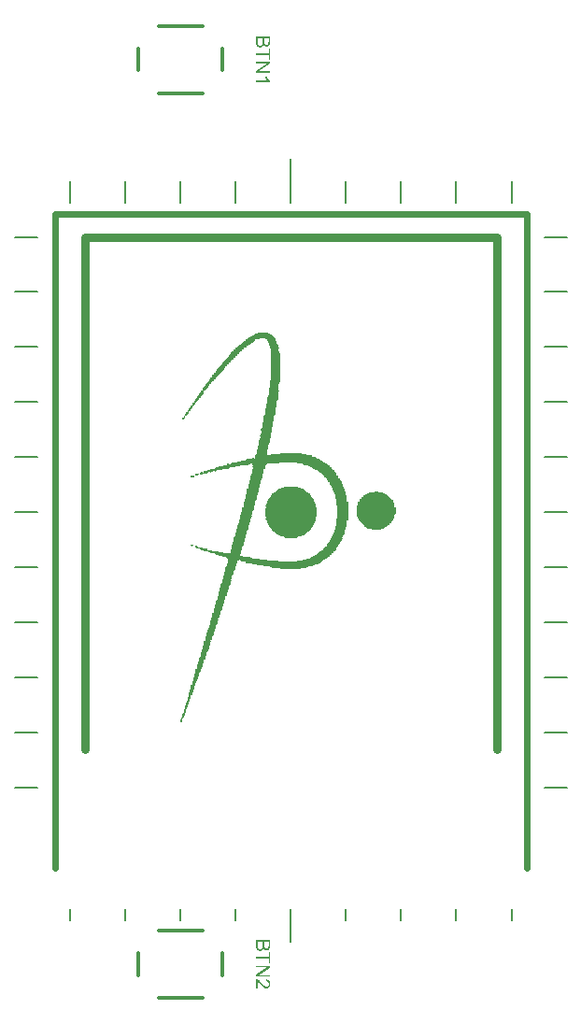
<source format=gbr>
%TF.GenerationSoftware,Altium Limited,Altium Designer,22.5.1 (42)*%
G04 Layer_Color=65535*
%FSLAX45Y45*%
%MOMM*%
%TF.SameCoordinates,2641221E-3FAC-4475-AA3C-923D0AF84551*%
%TF.FilePolarity,Positive*%
%TF.FileFunction,Legend,Top*%
%TF.Part,Single*%
G01*
G75*
%TA.AperFunction,NonConductor*%
%ADD30C,0.20000*%
%ADD46C,0.76200*%
%ADD47C,0.60000*%
%ADD48C,0.30000*%
G36*
X-206723Y1615957D02*
X-190476Y1615957D01*
X-190477Y1610542D01*
X-179646Y1610541D01*
X-179647Y1605127D01*
X-174231Y1605124D01*
X-174228Y1599712D01*
X-163400Y1599709D01*
X-163398Y1594295D01*
X-157983Y1594295D01*
X-157982Y1588878D01*
X-152568Y1588878D01*
Y1578049D01*
X-147152Y1578048D01*
X-147150Y1572629D01*
X-141736Y1572631D01*
X-141735Y1561801D01*
X-136320Y1561802D01*
Y1550969D01*
X-130905Y1550969D01*
X-130906Y1545555D01*
X-125491Y1545553D01*
X-125490Y1523890D01*
X-120073Y1523891D01*
X-120073Y1518477D01*
X-114658Y1518476D01*
X-114660Y1496814D01*
X-109242Y1496816D01*
X-109242Y1491397D01*
X-103827Y1491398D01*
X-103826Y1480566D01*
X-109242Y1480566D01*
Y1458906D01*
X-103828Y1458903D01*
X-103826Y1437242D01*
X-98411Y1437241D01*
X-98412Y1171876D01*
X-103827Y1171877D01*
X-103826Y1155630D01*
X-109244Y1155629D01*
X-109242Y1101473D01*
X-103827Y1101473D01*
X-103829Y1090642D01*
X-109241Y1090643D01*
X-109244Y1079812D01*
X-114659Y1079811D01*
X-114658Y1014823D01*
X-120074Y1014823D01*
X-120073Y1009409D01*
X-125491Y1009407D01*
X-125489Y949836D01*
X-130905Y949838D01*
X-130904Y944422D01*
X-136321D01*
X-136321Y933588D01*
X-141736Y933589D01*
X-141735Y879433D01*
X-147151Y879434D01*
X-147150Y874018D01*
X-152568Y874017D01*
X-152568Y825276D01*
X-157983Y825278D01*
X-157983Y819863D01*
X-163398Y819862D01*
Y781954D01*
X-157983Y781954D01*
X-157983Y776537D01*
X-163396Y776538D01*
X-163397Y771122D01*
X-168814Y771119D01*
X-168815Y744045D01*
X-174232Y744043D01*
X-174229Y738627D01*
X-168814Y738628D01*
X-168817Y722381D01*
X-174232Y722382D01*
X-174229Y716966D01*
X-179645D01*
X-179646Y668225D01*
X-185060Y668226D01*
X-185059Y662809D01*
X-190477D01*
X-190475Y624901D01*
X-195892Y624902D01*
X-195893Y619484D01*
X-201309Y619486D01*
X-201308Y608653D01*
X-206725Y608653D01*
X-206725Y565329D01*
X-212139Y565329D01*
X-212141Y559914D01*
X-217555Y559912D01*
Y511173D01*
X-179646D01*
X-179646Y522005D01*
X-103827Y522006D01*
X-103826Y527420D01*
X-92995Y527419D01*
X-92995Y532835D01*
X101966Y532835D01*
X101967Y527419D01*
X107381Y527420D01*
Y522005D01*
X145291Y522003D01*
X145291Y516589D01*
X156123Y516588D01*
X156122Y511173D01*
X188618D01*
X188616Y505756D01*
X194030Y505756D01*
X194031Y500342D01*
X204863Y500341D01*
X204861Y494925D01*
X226523Y494926D01*
X226524Y489510D01*
X237358Y489511D01*
X237357Y484094D01*
X248186Y484094D01*
X248187Y478678D01*
X259020Y478681D01*
X259019Y473262D01*
X269851Y473264D01*
X269850Y467847D01*
X275265D01*
X275266Y462432D01*
X286097Y462432D01*
X286098Y457016D01*
X296927Y457018D01*
X296929Y451600D01*
X302344D01*
X302345Y446187D01*
X313176Y446185D01*
X313175Y435354D01*
X324007Y435353D01*
X324005Y429939D01*
X334837Y429937D01*
X334837Y424523D01*
X340253D01*
X340253Y419108D01*
X351084D01*
X351086Y408276D01*
X361916Y408275D01*
X361916Y402859D01*
X367331Y402862D01*
X367331Y397446D01*
X372747Y397444D01*
X372748Y392028D01*
X378161D01*
X378164Y381198D01*
X388993Y381198D01*
X388992Y375783D01*
X394409Y375782D01*
X394408Y364951D01*
X399823Y364951D01*
X399826Y359535D01*
X405242Y359536D01*
X405240Y354118D01*
X410657Y354119D01*
X410657Y343288D01*
X416071Y343287D01*
X416072Y332458D01*
X421487Y332457D01*
X421487Y327042D01*
X432318Y327044D01*
Y305380D01*
X443149Y305380D01*
X443150Y294549D01*
X448566Y294548D01*
X448567Y289133D01*
X453983Y289132D01*
X453981Y278300D01*
X459396Y278301D01*
X459397Y267471D01*
X464812Y267470D01*
X464813Y256639D01*
X470228Y256638D01*
X470229Y240391D01*
X475643Y240392D01*
X475642Y224145D01*
X481058Y224145D01*
X481059Y213315D01*
X486475Y213312D01*
X486475Y186236D01*
X497307Y186234D01*
X497305Y153741D01*
X502722Y153741D01*
X502720Y148327D01*
X508135Y148327D01*
X508136Y94170D01*
X513553D01*
X513552Y88755D01*
X518969Y88755D01*
X518968Y-73711D01*
X513551Y-73714D01*
X513551Y-79130D01*
X508137Y-79129D01*
X508136Y-138702D01*
X497306Y-138702D01*
X497307Y-165779D01*
X491890Y-165780D01*
X491889Y-176610D01*
X486473Y-176610D01*
X486473Y-203688D01*
X481058Y-203689D01*
X481059Y-209104D01*
X475646Y-209104D01*
X475643Y-219936D01*
X470227Y-219935D01*
X470229Y-230766D01*
X464813Y-230766D01*
X464812Y-241597D01*
X470227Y-241598D01*
X470227Y-247013D01*
X464812D01*
X464810Y-257844D01*
X459396Y-257844D01*
X459398Y-263260D01*
X453981Y-263260D01*
X453980Y-274090D01*
X448564Y-274090D01*
X448567Y-284923D01*
X443150D01*
X443151Y-290339D01*
X437734Y-290337D01*
X437732Y-295753D01*
X432317Y-295755D01*
X432318Y-306585D01*
X426903Y-306584D01*
X426902Y-312000D01*
X421489Y-312001D01*
X421487Y-322831D01*
X416071Y-322832D01*
X416073Y-328246D01*
X410655Y-328248D01*
X410657Y-344494D01*
X405240D01*
X405240Y-349910D01*
X399825Y-349910D01*
X399823Y-355326D01*
X394410Y-355325D01*
X394409Y-360740D01*
X383578Y-360743D01*
X383577Y-371571D01*
X378162Y-371572D01*
X378162Y-376987D01*
X372748Y-376988D01*
X372746Y-382404D01*
X367330Y-382403D01*
X367331Y-387818D01*
X356498Y-387820D01*
X356501Y-398650D01*
X351084D01*
X351084Y-404066D01*
X345669Y-404066D01*
X345669Y-409482D01*
X340254Y-409482D01*
X340253Y-414897D01*
X324006Y-414896D01*
X324007Y-420311D01*
X318588Y-420313D01*
X318591Y-425728D01*
X313174Y-425727D01*
X313176Y-431143D01*
X307760Y-431144D01*
X307759Y-436561D01*
X296928Y-436558D01*
X296929Y-441974D01*
X286097D01*
Y-447391D01*
X280681Y-447390D01*
X280681Y-452807D01*
X275266Y-452806D01*
X275266Y-458221D01*
X269852Y-458222D01*
X269850Y-463637D01*
X253602Y-463638D01*
X253603Y-469053D01*
X248187Y-469053D01*
Y-474468D01*
X221110Y-474468D01*
X221110Y-479883D01*
X210280Y-479886D01*
X210277Y-485298D01*
X199449Y-485300D01*
X199446Y-490716D01*
X188617Y-490716D01*
X188614Y-496130D01*
X172370Y-496131D01*
X172368Y-490716D01*
X166953D01*
X166954Y-496131D01*
X156123D01*
X156121Y-501546D01*
X145292D01*
X145291Y-506963D01*
X101966Y-506961D01*
X101966Y-512378D01*
X91135Y-512379D01*
X91135Y-517794D01*
X-92995Y-517793D01*
X-92995Y-512378D01*
X-98411Y-512377D01*
X-98413Y-506962D01*
X-109241Y-506962D01*
X-109242Y-501546D01*
X-114658Y-501546D01*
X-114659Y-506961D01*
X-174229Y-506960D01*
X-174229Y-501544D01*
X-185059Y-501548D01*
X-185061Y-496131D01*
X-239216Y-496131D01*
X-239217Y-490714D01*
X-250048Y-490716D01*
X-250049Y-485300D01*
X-293375Y-485299D01*
X-293372Y-479883D01*
X-304203Y-479883D01*
X-304205Y-474469D01*
X-347530Y-474468D01*
Y-469052D01*
X-358360Y-469053D01*
X-358359Y-463638D01*
X-407100Y-463638D01*
X-407101Y-458222D01*
X-412516Y-458223D01*
X-412517Y-452808D01*
X-450426Y-452805D01*
Y-441974D01*
X-461256D01*
Y-436558D01*
X-472089Y-436558D01*
X-472088Y-441976D01*
X-482920Y-441973D01*
X-482920Y-452805D01*
X-488334Y-452808D01*
X-488336Y-463635D01*
X-493751Y-463638D01*
X-493751Y-490714D01*
X-499168D01*
X-499166Y-496130D01*
X-504582Y-496132D01*
X-504581Y-528625D01*
X-509997Y-528624D01*
X-509998Y-534040D01*
X-515414Y-534041D01*
X-515412Y-566536D01*
X-520830Y-566534D01*
X-520828Y-571951D01*
X-526244Y-571950D01*
X-526247Y-577365D01*
X-531659Y-577367D01*
X-531661Y-604442D01*
X-537076Y-604443D01*
X-537076Y-609859D01*
X-542491Y-609858D01*
X-542490Y-620690D01*
X-537075Y-620691D01*
X-537074Y-626104D01*
X-542493Y-626104D01*
X-542491Y-636939D01*
X-547905Y-636936D01*
X-547905Y-658600D01*
X-553323D01*
Y-669432D01*
X-558737Y-669430D01*
X-558738Y-696511D01*
X-564154Y-696508D01*
X-564153Y-701924D01*
X-569569Y-701924D01*
X-569568Y-729003D01*
X-574984D01*
X-574984Y-734416D01*
X-580401Y-734417D01*
X-580401Y-761496D01*
X-585817D01*
X-585816Y-766911D01*
X-591233Y-766911D01*
X-591231Y-772326D01*
X-596647Y-772328D01*
X-596648Y-799406D01*
X-602063Y-799404D01*
X-602062Y-810235D01*
X-607478Y-810238D01*
X-607478Y-815651D01*
X-602063Y-815651D01*
X-602063Y-821066D01*
X-607479D01*
X-607478Y-831900D01*
X-612894Y-831899D01*
X-612891Y-853561D01*
X-618308Y-853562D01*
X-618310Y-864393D01*
X-623724Y-864392D01*
Y-891471D01*
X-629140D01*
X-629141Y-896887D01*
X-634557Y-896887D01*
X-634555Y-923964D01*
X-639973Y-923964D01*
X-639972Y-929379D01*
X-645387Y-929379D01*
X-645390Y-956458D01*
X-650802D01*
X-650803Y-961873D01*
X-656219Y-961874D01*
X-656219Y-967290D01*
X-661635Y-967288D01*
X-661634Y-978118D01*
X-656218Y-978120D01*
X-656219Y-983535D01*
X-661634Y-983534D01*
X-661634Y-994367D01*
X-667050Y-994368D01*
X-667049Y-1005198D01*
X-672467Y-1005197D01*
X-672466Y-1010613D01*
X-667050Y-1010614D01*
X-667048Y-1016028D01*
X-672467Y-1016030D01*
X-672466Y-1026860D01*
X-677881Y-1026858D01*
X-677882Y-1048523D01*
X-683296Y-1048523D01*
X-683298Y-1059354D01*
X-688712Y-1059353D01*
X-688714Y-1086432D01*
X-694128D01*
X-694128Y-1091847D01*
X-699544Y-1091848D01*
X-699543Y-1118925D01*
X-704959Y-1118926D01*
X-704959Y-1124341D01*
X-710376Y-1124343D01*
X-710374Y-1151420D01*
X-715791Y-1151419D01*
X-715791Y-1156836D01*
X-721206Y-1156837D01*
X-721207Y-1162252D01*
X-726623Y-1162251D01*
X-726623Y-1167668D01*
X-721207Y-1167666D01*
X-721205Y-1178497D01*
X-726621Y-1178499D01*
X-726622Y-1189329D01*
X-732037Y-1189329D01*
X-732037Y-1200160D01*
X-737455Y-1200160D01*
X-737454Y-1205576D01*
X-732036D01*
X-732037Y-1210992D01*
X-737454Y-1210992D01*
X-737454Y-1221822D01*
X-742868Y-1221823D01*
X-742869Y-1243485D01*
X-748284Y-1243485D01*
X-748285Y-1259732D01*
X-753700Y-1259732D01*
X-753700Y-1265147D01*
X-759115Y-1265148D01*
X-759115Y-1270565D01*
X-764532Y-1270564D01*
X-764531Y-1303058D01*
X-769946Y-1303059D01*
X-769946Y-1308473D01*
X-775362Y-1308472D01*
X-775362Y-1335550D01*
X-780777Y-1335552D01*
X-780776Y-1340966D01*
X-786194Y-1340967D01*
X-786194Y-1362629D01*
X-791610D01*
X-791610Y-1373460D01*
X-797024Y-1373459D01*
X-797025Y-1378875D01*
X-802441Y-1378875D01*
X-802441Y-1405954D01*
X-807858Y-1405953D01*
X-807857Y-1422199D01*
X-813272Y-1422201D01*
X-813270Y-1427615D01*
X-818687Y-1427616D01*
X-818688Y-1449278D01*
X-824103Y-1449278D01*
X-824104Y-1460107D01*
X-829518Y-1460108D01*
X-829520Y-1487187D01*
X-834934Y-1487187D01*
X-834934Y-1492603D01*
X-840350Y-1492604D01*
X-840349Y-1514265D01*
X-845765Y-1514264D01*
X-845766Y-1525097D01*
X-851182Y-1525097D01*
Y-1535928D01*
X-856597D01*
Y-1546759D01*
X-862013Y-1546760D01*
Y-1552175D01*
X-867429Y-1552174D01*
X-867429Y-1557591D01*
X-862013Y-1557590D01*
X-862011Y-1568421D01*
X-867429Y-1568421D01*
X-867428Y-1579254D01*
X-872843Y-1579251D01*
X-872844Y-1606329D01*
X-878260Y-1606331D01*
X-878258Y-1611748D01*
X-883674Y-1611748D01*
X-883673Y-1633408D01*
X-889090Y-1633409D01*
X-889089Y-1644241D01*
X-894507Y-1644240D01*
X-894505Y-1660486D01*
X-905338Y-1660488D01*
X-905336Y-1687565D01*
X-910753Y-1687565D01*
X-910753Y-1698398D01*
X-916169Y-1698397D01*
X-916168Y-1720060D01*
X-921584Y-1720058D01*
X-921583Y-1730889D01*
X-927000D01*
X-927000Y-1747136D01*
X-932415Y-1747137D01*
X-932416Y-1757967D01*
X-937830Y-1757967D01*
X-937833Y-1774214D01*
X-943246Y-1774215D01*
X-943246Y-1785046D01*
X-948662Y-1785045D01*
X-948660Y-1812123D01*
X-954078Y-1812124D01*
X-954076Y-1817537D01*
X-959496Y-1817540D01*
X-959493Y-1844617D01*
X-970325Y-1844618D01*
X-970324Y-1866279D01*
X-975740Y-1866281D01*
X-975740Y-1871696D01*
X-986571Y-1871697D01*
X-986572Y-1904189D01*
X-991986Y-1904189D01*
X-991987Y-1909606D01*
X-997403Y-1909606D01*
X-997402Y-1915022D01*
X-1002819Y-1915019D01*
X-1002817Y-1904189D01*
X-997405Y-1904190D01*
X-997401Y-1877111D01*
X-991986Y-1877111D01*
X-991986Y-1866280D01*
X-986571Y-1866281D01*
Y-1850033D01*
X-981156Y-1850034D01*
X-981157Y-1828372D01*
X-975740Y-1828371D01*
Y-1822955D01*
X-970323Y-1822955D01*
X-970325Y-1790461D01*
X-964909Y-1790460D01*
X-964909Y-1785045D01*
X-959493Y-1785045D01*
X-959493Y-1752552D01*
X-954079Y-1752553D01*
X-954078Y-1747137D01*
X-948662Y-1747138D01*
X-948662Y-1725474D01*
X-943246Y-1725476D01*
X-943246Y-1714643D01*
X-937831D01*
X-937829Y-1682150D01*
X-932416Y-1682146D01*
X-932414Y-1676733D01*
X-927000Y-1676734D01*
X-927001Y-1649657D01*
X-921583Y-1649654D01*
X-921585Y-1638824D01*
X-916169Y-1638826D01*
X-916168Y-1606333D01*
X-910752Y-1606331D01*
X-910754Y-1600915D01*
X-905337Y-1600916D01*
X-905337Y-1568421D01*
X-894506D01*
X-894505Y-1535930D01*
X-889091Y-1535928D01*
X-889088Y-1530513D01*
X-883674Y-1530513D01*
X-883674Y-1498018D01*
X-878258Y-1498019D01*
Y-1492603D01*
X-872845Y-1492603D01*
X-872843Y-1465525D01*
X-867428D01*
X-867429Y-1454693D01*
X-862013Y-1454694D01*
X-862011Y-1427618D01*
X-856597Y-1427615D01*
X-856595Y-1422201D01*
X-851179Y-1422201D01*
X-851181Y-1389707D01*
X-845765Y-1389707D01*
X-845767Y-1384292D01*
X-840348Y-1384291D01*
X-840350Y-1351796D01*
X-834935Y-1351798D01*
X-834933Y-1346383D01*
X-829519Y-1346382D01*
X-829519Y-1319303D01*
X-824102Y-1319304D01*
X-824102Y-1313889D01*
X-818687Y-1313888D01*
X-818690Y-1281393D01*
X-813273Y-1281396D01*
Y-1270564D01*
X-807858Y-1270563D01*
X-807856Y-1248901D01*
X-802441Y-1248902D01*
X-802442Y-1238069D01*
X-797024Y-1238068D01*
X-797026Y-1210993D01*
X-791608Y-1210990D01*
X-791609Y-1200161D01*
X-786194Y-1200160D01*
X-786194Y-1173081D01*
X-780777Y-1173081D01*
X-780778Y-1167665D01*
X-775364Y-1167667D01*
X-775362Y-1135173D01*
X-769947Y-1135173D01*
X-769947Y-1129757D01*
X-764531Y-1129758D01*
X-764532Y-1097263D01*
X-759116Y-1097261D01*
X-759117Y-1091846D01*
X-753699Y-1091848D01*
Y-1064771D01*
X-748285Y-1064770D01*
X-748284Y-1053939D01*
X-742869Y-1053937D01*
X-742869Y-1026859D01*
X-737454Y-1026862D01*
Y-1021445D01*
X-732036Y-1021446D01*
X-732036Y-988952D01*
X-726621Y-988951D01*
Y-983535D01*
X-721207Y-983536D01*
X-721206Y-956458D01*
X-715791Y-956458D01*
X-715791Y-945626D01*
X-710375Y-945627D01*
X-710374Y-918548D01*
X-704960Y-918548D01*
X-704959Y-913132D01*
X-699544D01*
X-699542Y-880639D01*
X-694129Y-880637D01*
X-694130Y-875223D01*
X-688713Y-875224D01*
X-688713Y-842730D01*
X-683295Y-842729D01*
X-683296Y-837317D01*
X-677881Y-837314D01*
X-677882Y-804819D01*
X-672467Y-804821D01*
X-672466Y-793990D01*
X-667051D01*
X-667048Y-766911D01*
X-661632Y-766911D01*
X-661634Y-761495D01*
X-656219D01*
X-656218Y-729001D01*
X-650806Y-729003D01*
X-650806Y-723589D01*
X-645388Y-723587D01*
X-645388Y-691094D01*
X-639973Y-691095D01*
X-639973Y-685678D01*
X-634557Y-685676D01*
Y-653184D01*
X-629140Y-653184D01*
X-629140Y-647766D01*
X-623725Y-647769D01*
X-623725Y-620689D01*
X-618309Y-620690D01*
X-618310Y-609858D01*
X-612894Y-609860D01*
X-612894Y-577365D01*
X-607479Y-577365D01*
X-607477Y-566533D01*
X-602064Y-566533D01*
X-602063Y-544872D01*
X-596648Y-544871D01*
X-596647Y-534040D01*
X-591231Y-534039D01*
X-591232Y-501547D01*
X-585816Y-501547D01*
X-585817Y-490715D01*
X-580401Y-490716D01*
X-580402Y-463638D01*
X-569569D01*
X-569568Y-425728D01*
X-574984Y-425729D01*
Y-420314D01*
X-580400Y-420313D01*
X-580400Y-414897D01*
X-585817Y-414898D01*
Y-409483D01*
X-607478Y-409480D01*
X-607479Y-404065D01*
X-618310Y-404066D01*
X-618311Y-398650D01*
X-656219Y-398650D01*
X-656219Y-393234D01*
X-661633Y-393235D01*
X-661635Y-387820D01*
X-683298Y-387819D01*
X-683295Y-382403D01*
X-688713Y-382403D01*
X-688712Y-376988D01*
X-715790Y-376987D01*
X-715792Y-371571D01*
X-726624D01*
X-726621Y-366156D01*
X-748287D01*
X-748286Y-360740D01*
X-759115D01*
X-759117Y-355324D01*
X-786193D01*
X-786194Y-349910D01*
X-791610D01*
X-791611Y-344494D01*
X-813273Y-344495D01*
X-813273Y-339078D01*
X-824102Y-339077D01*
X-824105Y-333662D01*
X-845766Y-333664D01*
X-845766Y-328249D01*
X-856597Y-328247D01*
X-856597Y-322832D01*
X-867429D01*
X-867426Y-317415D01*
X-872846Y-317414D01*
X-872842Y-312000D01*
X-867429Y-312000D01*
X-867427Y-306585D01*
X-851180Y-306585D01*
X-851181Y-312000D01*
X-845765Y-311999D01*
X-845765Y-317415D01*
X-840348D01*
X-840351Y-322829D01*
X-802440Y-322832D01*
X-802441Y-328249D01*
X-797025Y-328247D01*
X-797024Y-333662D01*
X-759116D01*
X-759117Y-339079D01*
X-753699Y-339077D01*
X-753701Y-344494D01*
X-715791Y-344492D01*
X-715791Y-349911D01*
X-710374Y-349909D01*
X-710377Y-355324D01*
X-667050Y-355325D01*
X-667049Y-360741D01*
X-656219Y-360742D01*
X-656218Y-366156D01*
X-612894Y-366157D01*
X-612895Y-371570D01*
X-607479Y-371571D01*
X-607479Y-376987D01*
X-553323D01*
X-553322Y-371572D01*
X-547906Y-371573D01*
X-547906Y-349909D01*
X-542491Y-349911D01*
X-542491Y-339079D01*
X-537077Y-339077D01*
X-537075Y-312000D01*
X-531661Y-312001D01*
X-531660Y-301170D01*
X-526244Y-301168D01*
X-526247Y-274091D01*
X-520829Y-274091D01*
X-520828Y-268676D01*
X-515413Y-268674D01*
Y-230765D01*
X-509997Y-230765D01*
X-509997Y-225350D01*
X-504581Y-225350D01*
X-504583Y-192858D01*
X-499167Y-192857D01*
X-499165Y-187442D01*
X-493751Y-187443D01*
X-493751Y-154948D01*
X-488335Y-154947D01*
X-488336Y-149533D01*
X-482920Y-149533D01*
Y-117037D01*
X-477505D01*
Y-106206D01*
X-472088Y-106207D01*
X-472088Y-89961D01*
X-477506Y-89960D01*
X-477504Y-84546D01*
X-472089Y-84544D01*
X-472088Y-79129D01*
X-466672Y-79129D01*
X-466672Y-68298D01*
X-461256D01*
Y-35805D01*
X-455841Y-35803D01*
X-455842Y-30389D01*
X-450427Y-30388D01*
X-450425Y2104D01*
X-445011Y2107D01*
X-445010Y7520D01*
X-439595Y7522D01*
X-439595Y40015D01*
X-434178Y40014D01*
X-434180Y45430D01*
X-428764Y45430D01*
Y77924D01*
X-423350Y77923D01*
X-423349Y88756D01*
X-417932D01*
X-417934Y121249D01*
X-412517Y121248D01*
Y132080D01*
X-407101D01*
X-407101Y159157D01*
X-401684Y159160D01*
X-401686Y169991D01*
X-396272Y169988D01*
X-396273Y207899D01*
X-390854Y207898D01*
X-390854Y213314D01*
X-385438Y213314D01*
X-385439Y251225D01*
X-374608Y251221D01*
X-374607Y289133D01*
X-369192Y289132D01*
X-369191Y299962D01*
X-363778Y299964D01*
X-363776Y332457D01*
X-358359Y332458D01*
X-358360Y343290D01*
X-352944Y343287D01*
X-352945Y375782D01*
X-347531Y375781D01*
X-347529Y386613D01*
X-342115Y386613D01*
X-342113Y408275D01*
X-347529Y408276D01*
X-347530Y413692D01*
X-342113D01*
X-342115Y424522D01*
X-347529Y424522D01*
X-347531Y429937D01*
X-352944Y429938D01*
Y435354D01*
X-369192Y435353D01*
X-369191Y429939D01*
X-380023Y429937D01*
X-380022Y424521D01*
X-450424Y424523D01*
X-450425Y419108D01*
X-455841Y419107D01*
Y413690D01*
X-499166Y413693D01*
X-499167Y408276D01*
X-509998Y408276D01*
X-509996Y402861D01*
X-553323Y402859D01*
Y397443D01*
X-558738Y397442D01*
X-558739Y392030D01*
X-607480Y392027D01*
X-607478Y386612D01*
X-618310Y386613D01*
X-618310Y381198D01*
X-667050Y381199D01*
X-667052Y375781D01*
X-672466Y375782D01*
X-672465Y370367D01*
X-683297Y370365D01*
X-683297Y364952D01*
X-688713Y364951D01*
X-688712Y370366D01*
X-704959Y370367D01*
X-704960Y364953D01*
X-710375Y364952D01*
X-710376Y359535D01*
X-721207D01*
Y354120D01*
X-726622Y354120D01*
X-726622Y359535D01*
X-748284Y359535D01*
X-748286Y354119D01*
X-753700Y354120D01*
X-753701Y348704D01*
X-791610Y348704D01*
X-791609Y343287D01*
X-802440Y343287D01*
Y337874D01*
X-824101Y337873D01*
X-824104Y343288D01*
X-834933Y343287D01*
Y337875D01*
X-840350Y337874D01*
X-840350Y332459D01*
X-845767Y332458D01*
X-845766Y327040D01*
X-867427D01*
X-867428Y337873D01*
X-862013Y337872D01*
X-862011Y343289D01*
X-840347Y343288D01*
X-840351Y348702D01*
X-824103D01*
X-824102Y354118D01*
X-813271Y354120D01*
X-813273Y359535D01*
X-802441Y359535D01*
X-802442Y354121D01*
X-791609Y354120D01*
X-791609Y364950D01*
X-786194Y364951D01*
Y370365D01*
X-753701Y370367D01*
X-753699Y375781D01*
X-748284Y375781D01*
X-748283Y381197D01*
X-726621Y381198D01*
Y386614D01*
X-721207Y386613D01*
X-721206Y392029D01*
X-688713Y392030D01*
X-688713Y397444D01*
X-683296Y397445D01*
X-683295Y402860D01*
X-656219Y402859D01*
X-656220Y408276D01*
X-650804Y408276D01*
X-650803Y413692D01*
X-612895Y413693D01*
X-612894Y419107D01*
X-602062Y419108D01*
X-602063Y424521D01*
X-596648Y424522D01*
X-596647Y419107D01*
X-585817Y419108D01*
Y424521D01*
X-580402Y424522D01*
X-580401Y429937D01*
X-574984Y429938D01*
X-574984Y435354D01*
X-558737Y435353D01*
X-558737Y429939D01*
X-547906Y429938D01*
X-547907Y435354D01*
X-542490Y435353D01*
X-542492Y440770D01*
X-531660Y440768D01*
Y446184D01*
X-493750Y446186D01*
X-493751Y451601D01*
X-488336Y451600D01*
Y457016D01*
X-450427Y457017D01*
X-450427Y467847D01*
X-407100Y467846D01*
X-407100Y473262D01*
X-396271Y473261D01*
X-396270Y478680D01*
X-358362Y478680D01*
X-358360Y484094D01*
X-347530Y484093D01*
X-347529Y489510D01*
X-336697Y489511D01*
X-336698Y484095D01*
X-325867Y484094D01*
X-325867Y489510D01*
X-320451Y489510D01*
X-320452Y516588D01*
X-315036Y516588D01*
X-315036Y522004D01*
X-309621Y522004D01*
X-309620Y559913D01*
X-304205Y559914D01*
X-304204Y565330D01*
X-298789Y565330D01*
X-298788Y603238D01*
X-293373Y603239D01*
X-293374Y614069D01*
X-287957Y614068D01*
Y651977D01*
X-282544Y651978D01*
X-282542Y668225D01*
X-277126Y668226D01*
X-277127Y684471D01*
X-282541Y684471D01*
X-282541Y695304D01*
X-277124Y695303D01*
X-277125Y700720D01*
X-271710Y700717D01*
Y711550D01*
X-266296Y711551D01*
X-266294Y738628D01*
X-271710Y738629D01*
X-271709Y749458D01*
X-266295Y749461D01*
X-266295Y754874D01*
X-260879Y754873D01*
X-260881Y760289D01*
X-255464D01*
X-255463Y809030D01*
X-250048Y809029D01*
Y814443D01*
X-244633Y814447D01*
X-244633Y868604D01*
X-239218Y868603D01*
X-239216Y879434D01*
X-233802Y879433D01*
X-233802Y922758D01*
X-228385Y922758D01*
Y939007D01*
X-222971Y939005D01*
X-222969Y982331D01*
X-217554Y982331D01*
X-217555Y993162D01*
X-212139Y993163D01*
X-212140Y1025655D01*
X-217556Y1025656D01*
X-217555Y1036485D01*
X-212137Y1036486D01*
X-212140Y1041903D01*
X-206724Y1041901D01*
X-206724Y1058148D01*
X-201308Y1058149D01*
X-201307Y1117721D01*
X-195891D01*
X-195892Y1128550D01*
X-190476Y1128552D01*
X-190476Y1188126D01*
X-185060Y1188123D01*
X-185061Y1193540D01*
X-179646Y1193539D01*
X-179645Y1480565D01*
X-185060Y1480568D01*
X-185060Y1485983D01*
X-190476D01*
Y1507646D01*
X-195892Y1507644D01*
X-195892Y1518476D01*
X-201309Y1518475D01*
X-201308Y1529308D01*
X-206724Y1529307D01*
X-206724Y1545554D01*
X-212139Y1545553D01*
X-212140Y1550970D01*
X-217555D01*
X-217554Y1561800D01*
X-222971Y1561801D01*
X-222971Y1567216D01*
X-233801Y1567217D01*
X-233802Y1572633D01*
X-282540Y1572633D01*
X-282543Y1567216D01*
X-287959Y1567215D01*
X-287957Y1561799D01*
X-320450Y1561801D01*
X-320453Y1550969D01*
X-331283Y1550971D01*
X-331284Y1545556D01*
X-336698Y1545554D01*
X-336700Y1540140D01*
X-342115Y1540137D01*
X-342113Y1534722D01*
X-358361Y1534723D01*
X-358361Y1523891D01*
X-363778Y1523890D01*
X-363777Y1518476D01*
X-380025Y1518475D01*
X-380021Y1513060D01*
X-385439Y1513058D01*
X-385440Y1507643D01*
X-390853Y1507644D01*
X-390855Y1502227D01*
X-396271Y1502229D01*
X-396269Y1496814D01*
X-401685Y1496813D01*
X-401686Y1491396D01*
X-412516Y1491398D01*
X-412516Y1485983D01*
X-423347Y1485983D01*
X-423349Y1480568D01*
X-428764Y1480566D01*
X-428765Y1475152D01*
X-434181Y1475151D01*
X-434180Y1469735D01*
X-439595Y1469736D01*
Y1464321D01*
X-445011Y1464319D01*
X-445011Y1458903D01*
X-450426Y1458903D01*
X-450427Y1453490D01*
X-455841Y1453487D01*
X-455842Y1448073D01*
X-461259Y1448074D01*
X-461256Y1442657D01*
X-466672D01*
Y1437242D01*
X-472090Y1437241D01*
X-472089Y1431826D01*
X-477504D01*
X-477505Y1426411D01*
X-482920D01*
X-482920Y1420993D01*
X-488334Y1420996D01*
X-488335Y1415579D01*
X-493751Y1415580D01*
X-493750Y1410164D01*
X-499167D01*
X-499168Y1404747D01*
X-504582Y1404747D01*
X-504582Y1399332D01*
X-509996Y1399333D01*
X-509998Y1393917D01*
X-515412Y1393918D01*
X-515412Y1388501D01*
X-520829Y1388500D01*
X-520829Y1383084D01*
X-526244Y1383086D01*
X-526245Y1377669D01*
X-531659Y1377670D01*
X-531661Y1372255D01*
X-537078Y1372254D01*
X-537077Y1366840D01*
X-542491D01*
Y1361423D01*
X-547907Y1361422D01*
X-547907Y1356005D01*
X-553323Y1356007D01*
Y1350592D01*
X-558738Y1350590D01*
X-558739Y1345175D01*
X-564155Y1345177D01*
X-564154Y1339761D01*
X-569569Y1339761D01*
X-569569Y1334345D01*
X-574984Y1334346D01*
X-574985Y1328930D01*
X-580402D01*
X-580401Y1323514D01*
X-585818Y1323513D01*
Y1318097D01*
X-591233Y1318099D01*
X-591234Y1312683D01*
X-596647Y1312681D01*
X-596647Y1301851D01*
X-602062Y1301852D01*
X-602063Y1296436D01*
X-607479D01*
X-607479Y1285604D01*
X-612894Y1285604D01*
Y1280189D01*
X-618309Y1280189D01*
X-618310Y1274774D01*
X-623725Y1274774D01*
X-623725Y1269359D01*
X-629141Y1269357D01*
X-629140Y1263943D01*
X-634556Y1263942D01*
X-634558Y1258525D01*
X-639973Y1258526D01*
X-639972Y1253112D01*
X-645387Y1253111D01*
X-645389Y1247695D01*
X-650803Y1247696D01*
X-650804Y1242280D01*
X-656219Y1242279D01*
X-656219Y1236863D01*
X-661634Y1236865D01*
X-661634Y1231448D01*
X-667051D01*
X-667051Y1226033D01*
X-672464Y1226032D01*
X-672467Y1220616D01*
X-677882Y1220617D01*
X-677880Y1215201D01*
X-683296Y1215202D01*
X-683296Y1204371D01*
X-688712Y1204370D01*
X-688714Y1198955D01*
X-694130D01*
X-694128Y1193540D01*
X-699544Y1193539D01*
X-699544Y1182709D01*
X-710375Y1182707D01*
X-710374Y1171878D01*
X-721207Y1171875D01*
X-721207Y1161046D01*
X-732036Y1161046D01*
X-732037Y1155630D01*
X-737454Y1155629D01*
X-737452Y1144799D01*
X-742870Y1144798D01*
X-742870Y1139383D01*
X-748284Y1139383D01*
X-748283Y1123136D01*
X-759117Y1123138D01*
X-759116Y1117720D01*
X-764531Y1117720D01*
X-764533Y1106892D01*
X-775362Y1106890D01*
X-775362Y1096057D01*
X-786194Y1096057D01*
X-786192Y1090642D01*
X-791611Y1090643D01*
X-791610Y1068980D01*
X-802440Y1068980D01*
X-802442Y1058149D01*
X-807857Y1058150D01*
Y1052734D01*
X-818687Y1052733D01*
X-818687Y1031072D01*
X-829519Y1031070D01*
X-829518Y1020241D01*
X-834935Y1020238D01*
X-834933Y1014826D01*
X-840349Y1014823D01*
Y1009407D01*
X-845766Y1009409D01*
X-845763Y1003993D01*
X-851182Y1003993D01*
X-851183Y998578D01*
X-856597Y998576D01*
X-856596Y987746D01*
X-862011Y987746D01*
X-862012Y982330D01*
X-867428Y982329D01*
X-867430Y971500D01*
X-872843Y971500D01*
X-872843Y966084D01*
X-878259Y966083D01*
X-878259Y960668D01*
X-883675Y960669D01*
X-883674Y955251D01*
X-889090Y955253D01*
Y949836D01*
X-894506Y949837D01*
X-894506Y939003D01*
X-899920Y939004D01*
X-899922Y928173D01*
X-905336Y928176D01*
X-905337Y922759D01*
X-910753Y922758D01*
X-910753Y917344D01*
X-916169Y917343D01*
X-916167Y911928D01*
X-921583Y911927D01*
X-921584Y906513D01*
X-927000Y906513D01*
X-926999Y890265D01*
X-932416Y890266D01*
X-932416Y884848D01*
X-937830Y884849D01*
X-937830Y879434D01*
X-943247Y879434D01*
X-943248Y874016D01*
X-948664Y874017D01*
X-948661Y868605D01*
X-959493Y868603D01*
X-959493Y884848D01*
X-954078Y884849D01*
X-954078Y890265D01*
X-948661Y890266D01*
X-948660Y901096D01*
X-937831Y901097D01*
X-937829Y906512D01*
X-932417Y906513D01*
X-932413Y922758D01*
X-926999Y922758D01*
X-927001Y928174D01*
X-921584Y928175D01*
X-921584Y939005D01*
X-916168Y939006D01*
X-916169Y944422D01*
X-910753Y944422D01*
X-910753Y955251D01*
X-905338Y955252D01*
Y960667D01*
X-899923Y960668D01*
X-899922Y966084D01*
X-894505Y966083D01*
X-894505Y976915D01*
X-889090Y976915D01*
X-889089Y987746D01*
X-883675Y987746D01*
X-883674Y993162D01*
X-878260D01*
X-878257Y998578D01*
X-872843Y998577D01*
X-872843Y1009408D01*
X-867428Y1009409D01*
X-867428Y1020238D01*
X-862014Y1020239D01*
X-862012Y1025656D01*
X-856597Y1025656D01*
X-856596Y1031072D01*
X-851181Y1031070D01*
X-851182Y1041902D01*
X-845767D01*
X-845766Y1047318D01*
X-840349Y1047319D01*
X-840350Y1058152D01*
X-834934Y1058148D01*
X-834935Y1063564D01*
X-829518Y1063565D01*
X-829518Y1074396D01*
X-824104D01*
X-824102Y1079809D01*
X-818686Y1079812D01*
X-818689Y1090643D01*
X-813272Y1090641D01*
X-813272Y1096059D01*
X-807857D01*
X-807857Y1101474D01*
X-802443Y1101475D01*
X-802442Y1117720D01*
X-797026Y1117722D01*
X-797023Y1123136D01*
X-791609Y1123136D01*
X-791610Y1128552D01*
X-786193Y1128553D01*
X-786192Y1133966D01*
X-780778Y1133965D01*
X-780777Y1139383D01*
X-775362D01*
X-775363Y1155630D01*
X-769947Y1155629D01*
X-769947Y1161046D01*
X-764531Y1161045D01*
X-764532Y1166461D01*
X-759115Y1166462D01*
X-759115Y1171875D01*
X-753701Y1171877D01*
X-753700Y1177293D01*
X-748285Y1177292D01*
X-748283Y1188122D01*
X-742869Y1188124D01*
Y1193538D01*
X-737455Y1193539D01*
X-737454Y1204370D01*
X-732039D01*
X-732038Y1209788D01*
X-726622Y1209786D01*
X-726621Y1215202D01*
X-721205Y1215201D01*
X-721207Y1220618D01*
X-715791Y1220616D01*
Y1226031D01*
X-710375Y1226034D01*
X-710376Y1242278D01*
X-704959Y1242279D01*
X-704959Y1247696D01*
X-699544Y1247695D01*
X-699544Y1253109D01*
X-694128Y1253111D01*
X-694128Y1258525D01*
X-688712Y1258527D01*
X-688713Y1263945D01*
X-683296Y1263941D01*
X-683298Y1269357D01*
X-677881Y1269358D01*
X-677880Y1280188D01*
X-672465D01*
X-672466Y1291022D01*
X-667051Y1291021D01*
X-667049Y1296436D01*
X-661635Y1296436D01*
X-661634Y1301851D01*
X-656218Y1301853D01*
X-656219Y1307265D01*
X-650804Y1307267D01*
X-650805Y1312681D01*
X-645387Y1312683D01*
X-645389Y1318099D01*
X-639973Y1318099D01*
X-639974Y1323514D01*
X-634556Y1323514D01*
X-634557Y1328929D01*
X-629140Y1328930D01*
X-629140Y1334346D01*
X-623724Y1334344D01*
Y1345177D01*
X-618310Y1345176D01*
Y1356007D01*
X-612895Y1356008D01*
X-612895Y1361423D01*
X-607478Y1361422D01*
X-607476Y1366837D01*
X-602063Y1366836D01*
X-602063Y1372253D01*
X-596648Y1372255D01*
X-596647Y1377670D01*
X-591233Y1377671D01*
X-591231Y1383085D01*
X-585818Y1383086D01*
X-585816Y1388502D01*
X-580402Y1388501D01*
Y1393916D01*
X-574984Y1393917D01*
X-574985Y1399331D01*
X-569570Y1399331D01*
X-569570Y1404748D01*
X-564153Y1404749D01*
Y1410162D01*
X-558737Y1410163D01*
X-558738Y1420996D01*
X-553322Y1420994D01*
Y1431826D01*
X-547904Y1431827D01*
X-547907Y1437242D01*
X-542493Y1437241D01*
X-542491Y1442657D01*
X-537077Y1442658D01*
X-537076Y1448073D01*
X-531660Y1448074D01*
X-531661Y1453489D01*
X-526245Y1453488D01*
X-526246Y1458903D01*
X-520829Y1458902D01*
X-520828Y1464319D01*
X-515412D01*
X-515412Y1469736D01*
X-509997Y1469734D01*
X-509998Y1475151D01*
X-504580Y1475153D01*
X-504581Y1480567D01*
X-499168Y1480566D01*
Y1485982D01*
X-493750Y1485982D01*
X-493751Y1491398D01*
X-488336Y1491397D01*
X-488334Y1496814D01*
X-477504Y1496813D01*
X-477504Y1502228D01*
X-472089Y1502228D01*
X-472087Y1507645D01*
X-466673Y1507644D01*
X-466674Y1513061D01*
X-455842Y1513061D01*
X-455841Y1518476D01*
X-450426Y1518475D01*
X-450425Y1523891D01*
X-445011Y1523892D01*
X-445010Y1529307D01*
X-439594D01*
Y1534723D01*
X-434178Y1534723D01*
X-434179Y1540138D01*
X-428763Y1540139D01*
X-428763Y1545556D01*
X-423349Y1545554D01*
X-423350Y1550969D01*
X-412517Y1550969D01*
X-412516Y1556386D01*
X-407101Y1556384D01*
X-407102Y1561801D01*
X-396268Y1561800D01*
X-396270Y1567217D01*
X-390855Y1567215D01*
X-390855Y1572633D01*
X-385438Y1572632D01*
X-385437Y1578047D01*
X-374608Y1578048D01*
X-374607Y1583463D01*
X-363775Y1583463D01*
X-363775Y1588879D01*
X-358360Y1588880D01*
X-358361Y1594294D01*
X-352943Y1594296D01*
X-352945Y1599711D01*
X-336699Y1599709D01*
X-336700Y1605126D01*
X-331283Y1605128D01*
X-331283Y1610540D01*
X-320451Y1610541D01*
X-320451Y1615956D01*
X-298789Y1615956D01*
Y1621374D01*
X-293372Y1621371D01*
X-293376Y1626787D01*
X-206724Y1626787D01*
X-206723Y1615957D01*
D02*
G37*
G36*
X-959493Y868603D02*
X-959492Y852356D01*
X-959496Y846940D01*
X-970326Y846939D01*
X-970323Y836109D01*
X-981156Y836112D01*
Y830694D01*
X-986572Y830692D01*
X-986571Y841525D01*
X-981155Y841524D01*
X-981156Y852357D01*
X-975741Y852356D01*
X-975740Y857772D01*
X-970325Y857772D01*
Y863186D01*
X-964910Y863186D01*
X-964908Y868603D01*
X-959493Y868603D01*
D02*
G37*
G36*
X-986572Y830692D02*
X-986571Y825277D01*
X-991986Y825276D01*
X-991988Y830694D01*
X-986572Y830692D01*
D02*
G37*
G36*
X-872844Y327041D02*
X-872843Y321626D01*
X-878258Y321627D01*
X-878259Y316209D01*
X-905338Y316210D01*
X-905337Y321626D01*
X-905338Y327042D01*
X-872844Y327041D01*
D02*
G37*
G36*
X-921583Y310794D02*
X-921584Y305379D01*
X-926998Y305380D01*
X-927000Y310797D01*
X-921583Y310794D01*
D02*
G37*
G36*
X789749Y180819D02*
X800580Y180819D01*
X800580Y175403D01*
X833075Y175404D01*
X833074Y169990D01*
X843905Y169991D01*
X843906Y164573D01*
X854735Y164573D01*
X854736Y159157D01*
X865567Y159159D01*
X865566Y153742D01*
X870982D01*
X870983Y148326D01*
X881814Y148329D01*
X881813Y142910D01*
X887230Y142910D01*
X887229Y137495D01*
X892646Y137497D01*
X892645Y132081D01*
X898061D01*
X898060Y126664D01*
X903477Y126663D01*
X903475Y121248D01*
X908892Y121250D01*
X908892Y115833D01*
X914306Y115833D01*
X914306Y110418D01*
X919722D01*
X919722Y105002D01*
X925140Y105002D01*
X925140Y94169D01*
X930554Y94171D01*
Y83341D01*
X935970Y83340D01*
X935971Y77922D01*
X941387Y77923D01*
X941386Y45430D01*
X946802D01*
X946800Y40014D01*
X952216D01*
X952217Y-19558D01*
X946802Y-19556D01*
X946802Y-24973D01*
X941387Y-24971D01*
X941385Y-46636D01*
X935971Y-46636D01*
X935970Y-57466D01*
X930555D01*
X930554Y-73712D01*
X925141Y-73712D01*
X925139Y-79128D01*
X919722Y-79129D01*
X919722Y-89961D01*
X914310Y-89960D01*
X914309Y-100791D01*
X903477D01*
X903476Y-106206D01*
X898061Y-106206D01*
X898060Y-111622D01*
X892644Y-111622D01*
X892647Y-117037D01*
X887230Y-117037D01*
X887229Y-122455D01*
X881815Y-122454D01*
X881814Y-127870D01*
X870984Y-127869D01*
X870984Y-133285D01*
X860152Y-133286D01*
X860151Y-138701D01*
X849321Y-138702D01*
X849322Y-144117D01*
X843905Y-144117D01*
X843905Y-149531D01*
X827659Y-149533D01*
X827657Y-154949D01*
X816827Y-154948D01*
X816826Y-160363D01*
X730175Y-160364D01*
X730176Y-154948D01*
X724761Y-154948D01*
X724762Y-149532D01*
X692267Y-149532D01*
X692268Y-144117D01*
X686854Y-144117D01*
X686853Y-138701D01*
X676021Y-138702D01*
X676022Y-133287D01*
X670604Y-133284D01*
X670605Y-127869D01*
X665191Y-127870D01*
X665188Y-122454D01*
X659774Y-122453D01*
X659776Y-117039D01*
X654357Y-117038D01*
X654358Y-111625D01*
X648943Y-111622D01*
X648945Y-106208D01*
X643526Y-106206D01*
X643527Y-100792D01*
X638111Y-100792D01*
X638111Y-95375D01*
X632696D01*
X632697Y-89959D01*
X627281Y-89961D01*
X627280Y-84545D01*
X621865Y-84545D01*
X621864Y-79128D01*
X616448Y-79129D01*
X616448Y-62881D01*
X611034D01*
X611033Y-57466D01*
X605617Y-57467D01*
X605619Y-41220D01*
X600201Y-41221D01*
X600202Y-30390D01*
X594786D01*
X594786Y-14142D01*
X600202Y-14139D01*
Y-8725D01*
X594786Y-8726D01*
X594787Y29184D01*
X600201Y29183D01*
X600203Y34600D01*
X594786Y34597D01*
X594786Y50846D01*
X600203D01*
X600201Y61677D01*
X605619Y61676D01*
X605618Y77925D01*
X611034Y77924D01*
X611035Y88755D01*
X616451Y88754D01*
X616449Y94169D01*
X621865D01*
X621867Y99587D01*
X627281Y99586D01*
X627282Y115833D01*
X632697Y115833D01*
X632694Y121246D01*
X638112Y121248D01*
X638110Y126665D01*
X643528Y126662D01*
X643527Y132077D01*
X648943Y132081D01*
X648943Y137495D01*
X654358Y137497D01*
Y142912D01*
X659775Y142912D01*
X659774Y148325D01*
X670603Y148327D01*
X670606Y153742D01*
X676020D01*
X676022Y159158D01*
X692267D01*
X692269Y164572D01*
X703099Y164574D01*
X703098Y169987D01*
X708513Y169990D01*
X708514Y175404D01*
X746423Y175405D01*
X746423Y180819D01*
X757255Y180820D01*
Y186235D01*
X789749Y186237D01*
X789749Y180819D01*
D02*
G37*
G36*
X-889090Y-295755D02*
X-889090Y-301169D01*
X-883673Y-301169D01*
X-883674Y-306585D01*
X-889090D01*
X-894506Y-306584D01*
X-894505Y-312000D01*
X-899923Y-312000D01*
Y-306583D01*
X-905336Y-306586D01*
X-905337Y-301169D01*
X-899922Y-301170D01*
Y-295754D01*
X-889090Y-295755D01*
D02*
G37*
G36*
X-186210Y-3932795D02*
X-186395Y-3934091D01*
Y-3935573D01*
X-186765Y-3938906D01*
X-187136Y-3942609D01*
X-187876Y-3946498D01*
X-188802Y-3950386D01*
X-190098Y-3953904D01*
Y-3954089D01*
X-190284Y-3954275D01*
X-190839Y-3955386D01*
X-191765Y-3957052D01*
X-193061Y-3958904D01*
X-194728Y-3961126D01*
X-196764Y-3963533D01*
X-199357Y-3965755D01*
X-202134Y-3967792D01*
X-202505Y-3967977D01*
X-203616Y-3968532D01*
X-205097Y-3969458D01*
X-207319Y-3970384D01*
X-209911Y-3971310D01*
X-212689Y-3972236D01*
X-215836Y-3972791D01*
X-218984Y-3972976D01*
X-219355D01*
X-220280D01*
X-221947Y-3972791D01*
X-223984Y-3972421D01*
X-226391Y-3971865D01*
X-228983Y-3970939D01*
X-231576Y-3969828D01*
X-234353Y-3968347D01*
X-234723Y-3968162D01*
X-235464Y-3967606D01*
X-236945Y-3966495D01*
X-238427Y-3965014D01*
X-240278Y-3963163D01*
X-242315Y-3960941D01*
X-244167Y-3958163D01*
X-246019Y-3955015D01*
Y-3955200D01*
X-246204Y-3955571D01*
X-246389Y-3956126D01*
X-246759Y-3956867D01*
X-247500Y-3959089D01*
X-248796Y-3961681D01*
X-250463Y-3964459D01*
X-252499Y-3967606D01*
X-254907Y-3970384D01*
X-257869Y-3972976D01*
X-258240Y-3973161D01*
X-259351Y-3973902D01*
X-261017Y-3975013D01*
X-263239Y-3976124D01*
X-266202Y-3977235D01*
X-269349Y-3978346D01*
X-273053Y-3979087D01*
X-277126Y-3979272D01*
X-277312D01*
X-277497D01*
X-278608D01*
X-280459Y-3979087D01*
X-282681Y-3978716D01*
X-285274Y-3978346D01*
X-288051Y-3977605D01*
X-291014Y-3976680D01*
X-293977Y-3975383D01*
X-294347Y-3975198D01*
X-295273Y-3974643D01*
X-296569Y-3973902D01*
X-298421Y-3972791D01*
X-300272Y-3971310D01*
X-302309Y-3969828D01*
X-304346Y-3967977D01*
X-306012Y-3965940D01*
X-306198Y-3965755D01*
X-306753Y-3965014D01*
X-307494Y-3963718D01*
X-308234Y-3962052D01*
X-309345Y-3960015D01*
X-310456Y-3957608D01*
X-311382Y-3955015D01*
X-312308Y-3951867D01*
Y-3951497D01*
X-312678Y-3950386D01*
X-312863Y-3948534D01*
X-313234Y-3946127D01*
X-313604Y-3943165D01*
X-313974Y-3939646D01*
X-314160Y-3935758D01*
X-314345Y-3931314D01*
Y-3882430D01*
X-186210D01*
Y-3932795D01*
D02*
G37*
G36*
Y-4094445D02*
X-201394D01*
Y-4052227D01*
X-314345D01*
Y-4035192D01*
X-201394D01*
Y-3992974D01*
X-186210D01*
Y-4094445D01*
D02*
G37*
G36*
Y-4129256D02*
X-286940Y-4196472D01*
X-186210D01*
Y-4212766D01*
X-314345D01*
Y-4195176D01*
X-213800Y-4128145D01*
X-314345D01*
Y-4111851D01*
X-186210D01*
Y-4129256D01*
D02*
G37*
G36*
X-310827Y-4232764D02*
X-309160Y-4232949D01*
X-307309Y-4233320D01*
X-305457Y-4233690D01*
X-303420Y-4234431D01*
X-303235D01*
X-303050Y-4234616D01*
X-301939Y-4234986D01*
X-300272Y-4235727D01*
X-298050Y-4236838D01*
X-295458Y-4238319D01*
X-292495Y-4240171D01*
X-289533Y-4242208D01*
X-286385Y-4244800D01*
X-286200D01*
X-286014Y-4245170D01*
X-284903Y-4246096D01*
X-283237Y-4247763D01*
X-280830Y-4250170D01*
X-278052Y-4252947D01*
X-274719Y-4256465D01*
X-271016Y-4260724D01*
X-267127Y-4265353D01*
X-266942Y-4265539D01*
X-266387Y-4266279D01*
X-265461Y-4267390D01*
X-264350Y-4268686D01*
X-262869Y-4270353D01*
X-261202Y-4272390D01*
X-259351Y-4274427D01*
X-257314Y-4276834D01*
X-252870Y-4281463D01*
X-248426Y-4286092D01*
X-246204Y-4288314D01*
X-243982Y-4290351D01*
X-241945Y-4292202D01*
X-239908Y-4293684D01*
X-239723D01*
X-239538Y-4294054D01*
X-238982Y-4294424D01*
X-238242Y-4294795D01*
X-236205Y-4296091D01*
X-233798Y-4297572D01*
X-230835Y-4298868D01*
X-227687Y-4300165D01*
X-224169Y-4300905D01*
X-220836Y-4301276D01*
X-220651D01*
X-220466D01*
X-219355Y-4301090D01*
X-217503Y-4300905D01*
X-215466Y-4300350D01*
X-212874Y-4299609D01*
X-210282Y-4298313D01*
X-207689Y-4296646D01*
X-205097Y-4294424D01*
X-204727Y-4294054D01*
X-203986Y-4293128D01*
X-203060Y-4291832D01*
X-201764Y-4289795D01*
X-200653Y-4287203D01*
X-199542Y-4284240D01*
X-198801Y-4280722D01*
X-198616Y-4276834D01*
Y-4275723D01*
X-198801Y-4274982D01*
X-198986Y-4272760D01*
X-199542Y-4270168D01*
X-200283Y-4267390D01*
X-201579Y-4264242D01*
X-203245Y-4261280D01*
X-205467Y-4258502D01*
X-205838Y-4258132D01*
X-206763Y-4257391D01*
X-208245Y-4256280D01*
X-210467Y-4255169D01*
X-213059Y-4253873D01*
X-216392Y-4252762D01*
X-220095Y-4252021D01*
X-224354Y-4251651D01*
X-222688Y-4235542D01*
X-222502D01*
X-221947Y-4235727D01*
X-221021D01*
X-219725Y-4235912D01*
X-218244Y-4236282D01*
X-216577Y-4236653D01*
X-214540Y-4237208D01*
X-212504Y-4237764D01*
X-208060Y-4239245D01*
X-203616Y-4241467D01*
X-201394Y-4242763D01*
X-199172Y-4244430D01*
X-197135Y-4246096D01*
X-195283Y-4247948D01*
X-195098Y-4248133D01*
X-194913Y-4248503D01*
X-194357Y-4249059D01*
X-193802Y-4249985D01*
X-193061Y-4251096D01*
X-192320Y-4252392D01*
X-191395Y-4253873D01*
X-190469Y-4255725D01*
X-189543Y-4257762D01*
X-188617Y-4259984D01*
X-187876Y-4262391D01*
X-187136Y-4264983D01*
X-186580Y-4267761D01*
X-186025Y-4270723D01*
X-185840Y-4273871D01*
X-185654Y-4277204D01*
Y-4279056D01*
X-185840Y-4280352D01*
X-186025Y-4281833D01*
X-186210Y-4283685D01*
X-186580Y-4285722D01*
X-186951Y-4287759D01*
X-188247Y-4292573D01*
X-190098Y-4297387D01*
X-191209Y-4299794D01*
X-192506Y-4302201D01*
X-194172Y-4304423D01*
X-196024Y-4306460D01*
X-196209Y-4306645D01*
X-196394Y-4307016D01*
X-197135Y-4307386D01*
X-197875Y-4308127D01*
X-198801Y-4309053D01*
X-200097Y-4309978D01*
X-201394Y-4310904D01*
X-203060Y-4312015D01*
X-206578Y-4313867D01*
X-211022Y-4315719D01*
X-213244Y-4316459D01*
X-215836Y-4316830D01*
X-218429Y-4317200D01*
X-221206Y-4317385D01*
X-221577D01*
X-222502D01*
X-223984Y-4317200D01*
X-226021Y-4317015D01*
X-228243Y-4316644D01*
X-230835Y-4315904D01*
X-233612Y-4315163D01*
X-236390Y-4314052D01*
X-236760Y-4313867D01*
X-237686Y-4313497D01*
X-239167Y-4312756D01*
X-241204Y-4311645D01*
X-243426Y-4310164D01*
X-246204Y-4308312D01*
X-248981Y-4306090D01*
X-252129Y-4303498D01*
X-252499Y-4303127D01*
X-253610Y-4302201D01*
X-254536Y-4301276D01*
X-255462Y-4300350D01*
X-256573Y-4299239D01*
X-258054Y-4297757D01*
X-259536Y-4296276D01*
X-261202Y-4294424D01*
X-263054Y-4292573D01*
X-265091Y-4290351D01*
X-267127Y-4287944D01*
X-269535Y-4285351D01*
X-271942Y-4282389D01*
X-274534Y-4279426D01*
X-274719Y-4279241D01*
X-275090Y-4278871D01*
X-275645Y-4278130D01*
X-276386Y-4277204D01*
X-277497Y-4276093D01*
X-278608Y-4274797D01*
X-281015Y-4271834D01*
X-283792Y-4268686D01*
X-286570Y-4265724D01*
X-288977Y-4263131D01*
X-289903Y-4262020D01*
X-290829Y-4261095D01*
X-291014Y-4260909D01*
X-291569Y-4260354D01*
X-292310Y-4259613D01*
X-293421Y-4258687D01*
X-294717Y-4257762D01*
X-296013Y-4256651D01*
X-299161Y-4254429D01*
Y-4317570D01*
X-314345D01*
Y-4232579D01*
X-314160D01*
X-313419D01*
X-312308D01*
X-310827Y-4232764D01*
D02*
G37*
G36*
X-186210Y4255446D02*
X-186395Y4254150D01*
Y4252669D01*
X-186765Y4249336D01*
X-187136Y4245633D01*
X-187876Y4241744D01*
X-188802Y4237856D01*
X-190098Y4234337D01*
Y4234152D01*
X-190284Y4233967D01*
X-190839Y4232856D01*
X-191765Y4231190D01*
X-193061Y4229338D01*
X-194728Y4227116D01*
X-196764Y4224709D01*
X-199357Y4222487D01*
X-202134Y4220450D01*
X-202505Y4220265D01*
X-203616Y4219709D01*
X-205097Y4218784D01*
X-207319Y4217858D01*
X-209911Y4216932D01*
X-212689Y4216006D01*
X-215836Y4215451D01*
X-218984Y4215265D01*
X-219355D01*
X-220280D01*
X-221947Y4215451D01*
X-223984Y4215821D01*
X-226391Y4216376D01*
X-228983Y4217302D01*
X-231576Y4218413D01*
X-234353Y4219895D01*
X-234723Y4220080D01*
X-235464Y4220635D01*
X-236945Y4221746D01*
X-238427Y4223228D01*
X-240278Y4225079D01*
X-242315Y4227301D01*
X-244167Y4230079D01*
X-246019Y4233226D01*
Y4233041D01*
X-246204Y4232671D01*
X-246389Y4232115D01*
X-246759Y4231375D01*
X-247500Y4229153D01*
X-248796Y4226561D01*
X-250463Y4223783D01*
X-252499Y4220635D01*
X-254907Y4217858D01*
X-257869Y4215265D01*
X-258240Y4215080D01*
X-259351Y4214340D01*
X-261017Y4213229D01*
X-263239Y4212118D01*
X-266202Y4211007D01*
X-269349Y4209896D01*
X-273053Y4209155D01*
X-277126Y4208970D01*
X-277312D01*
X-277497D01*
X-278608D01*
X-280459Y4209155D01*
X-282681Y4209525D01*
X-285274Y4209896D01*
X-288051Y4210636D01*
X-291014Y4211562D01*
X-293977Y4212858D01*
X-294347Y4213043D01*
X-295273Y4213599D01*
X-296569Y4214340D01*
X-298421Y4215451D01*
X-300272Y4216932D01*
X-302309Y4218413D01*
X-304346Y4220265D01*
X-306012Y4222302D01*
X-306198Y4222487D01*
X-306753Y4223228D01*
X-307494Y4224524D01*
X-308234Y4226190D01*
X-309345Y4228227D01*
X-310456Y4230634D01*
X-311382Y4233226D01*
X-312308Y4236374D01*
Y4236745D01*
X-312678Y4237856D01*
X-312863Y4239707D01*
X-313234Y4242114D01*
X-313604Y4245077D01*
X-313974Y4248595D01*
X-314160Y4252484D01*
X-314345Y4256928D01*
Y4305812D01*
X-186210D01*
Y4255446D01*
D02*
G37*
G36*
Y4093796D02*
X-201394D01*
Y4136014D01*
X-314345D01*
Y4153050D01*
X-201394D01*
Y4195267D01*
X-186210D01*
Y4093796D01*
D02*
G37*
G36*
Y4058985D02*
X-286940Y3991770D01*
X-186210D01*
Y3975475D01*
X-314345D01*
Y3993066D01*
X-213800Y4060096D01*
X-314345D01*
Y4076391D01*
X-186210D01*
Y4058985D01*
D02*
G37*
G36*
X-217873Y3941220D02*
X-217503Y3940849D01*
X-217318Y3940109D01*
X-216762Y3939183D01*
X-216207Y3938072D01*
X-215466Y3936776D01*
X-213615Y3933628D01*
X-211578Y3929925D01*
X-208985Y3926221D01*
X-206023Y3922333D01*
X-202875Y3918444D01*
X-202690Y3918259D01*
X-202505Y3918074D01*
X-201949Y3917518D01*
X-201394Y3916778D01*
X-199542Y3915111D01*
X-197320Y3912889D01*
X-194728Y3910667D01*
X-191765Y3908260D01*
X-188802Y3906223D01*
X-185654Y3904372D01*
Y3894188D01*
X-314345D01*
Y3909927D01*
X-214170D01*
X-214355Y3910112D01*
X-215096Y3911038D01*
X-216207Y3912149D01*
X-217503Y3914000D01*
X-219169Y3916037D01*
X-221021Y3918629D01*
X-223058Y3921592D01*
X-225095Y3924925D01*
Y3925110D01*
X-225280Y3925295D01*
X-226021Y3926406D01*
X-226946Y3928258D01*
X-228057Y3930480D01*
X-229354Y3933072D01*
X-230650Y3935850D01*
X-231946Y3938627D01*
X-233057Y3941405D01*
X-217873D01*
Y3941220D01*
D02*
G37*
%LPC*%
G36*
X53225Y446185D02*
X-103827D01*
Y440769D01*
X-109243D01*
Y435354D01*
X-212139D01*
Y429938D01*
X-222971D01*
Y424523D01*
X-228386D01*
Y419108D01*
X-233801D01*
Y392028D01*
X-239217D01*
Y386613D01*
X-244632D01*
Y343288D01*
X-255465D01*
Y305380D01*
X-260880D01*
Y299964D01*
X-266295D01*
Y289132D01*
X-271711D01*
Y262054D01*
X-277127D01*
Y256639D01*
X-282542D01*
Y218729D01*
X-287957D01*
Y191652D01*
X-293373D01*
Y175404D01*
X-298789D01*
Y148327D01*
X-304205D01*
Y142911D01*
X-309620D01*
Y105002D01*
X-315036D01*
Y99586D01*
X-320452D01*
Y61677D01*
X-325867D01*
Y56262D01*
X-331283D01*
Y50846D01*
X-336698D01*
Y18352D01*
X-342113D01*
Y7521D01*
X-347529D01*
Y-19557D01*
X-352944D01*
Y-30389D01*
X-358360D01*
Y-35804D01*
X-352944D01*
Y-46636D01*
X-358360D01*
Y-57466D01*
X-363777D01*
Y-84545D01*
X-369192D01*
Y-95376D01*
X-374608D01*
Y-122454D01*
X-380023D01*
Y-127869D01*
X-385439D01*
Y-160363D01*
X-390854D01*
Y-171194D01*
X-396270D01*
Y-176610D01*
X-401685D01*
Y-187442D01*
X-396270D01*
Y-198273D01*
X-401685D01*
Y-203688D01*
X-407101D01*
Y-209104D01*
X-412516D01*
Y-241598D01*
X-417933D01*
Y-268676D01*
X-423348D01*
Y-279506D01*
X-428764D01*
Y-306585D01*
X-434179D01*
Y-312000D01*
X-439595D01*
Y-344494D01*
X-445011D01*
Y-349910D01*
X-450426D01*
Y-382403D01*
X-455841D01*
Y-387818D01*
X-461256D01*
Y-398650D01*
X-434179D01*
Y-404066D01*
X-423348D01*
Y-409482D01*
X-363777D01*
Y-414897D01*
X-352944D01*
Y-420312D01*
X-293373D01*
Y-425728D01*
X-282542D01*
Y-431144D01*
X-217555D01*
Y-436559D01*
X-212139D01*
Y-441975D01*
X-109243D01*
Y-447390D01*
X-98412D01*
Y-452805D01*
X53225D01*
Y-447390D01*
X58641D01*
Y-441975D01*
X64057D01*
Y-436559D01*
X69473D01*
Y-441975D01*
X107382D01*
Y-436559D01*
X118213D01*
Y-431144D01*
X145291D01*
Y-425728D01*
X156122D01*
Y-420312D01*
X172369D01*
Y-414897D01*
X183201D01*
Y-409482D01*
X194032D01*
Y-404066D01*
X204863D01*
Y-398650D01*
X215693D01*
Y-393234D01*
X221109D01*
Y-387818D01*
X231941D01*
Y-382403D01*
X242772D01*
Y-376988D01*
X248188D01*
Y-371572D01*
X253603D01*
Y-366156D01*
X259019D01*
Y-360741D01*
X275265D01*
Y-355325D01*
X280681D01*
Y-349910D01*
X286097D01*
Y-344494D01*
X291513D01*
Y-339077D01*
X296929D01*
Y-333662D01*
X302344D01*
Y-322832D01*
X313175D01*
Y-317416D01*
X318591D01*
Y-312000D01*
X324006D01*
Y-306585D01*
X329421D01*
Y-290337D01*
X334838D01*
Y-284921D01*
X340253D01*
Y-279506D01*
X345669D01*
Y-274091D01*
X351084D01*
Y-268676D01*
X356500D01*
Y-252429D01*
X361916D01*
Y-241598D01*
X367331D01*
Y-230765D01*
X372747D01*
Y-225350D01*
X378162D01*
Y-203688D01*
X383577D01*
Y-192857D01*
X388994D01*
Y-187442D01*
X394409D01*
Y-165778D01*
X399824D01*
Y-160363D01*
X405240D01*
Y-144117D01*
X399824D01*
Y-133285D01*
X405240D01*
Y-127869D01*
X410656D01*
Y-122454D01*
X416072D01*
Y-111622D01*
X410656D01*
Y-68298D01*
X416072D01*
Y-62882D01*
X421487D01*
Y56262D01*
X416072D01*
Y61677D01*
X410656D01*
Y105002D01*
X416072D01*
Y115833D01*
X410656D01*
Y121248D01*
X405240D01*
Y126664D01*
X399824D01*
Y137496D01*
X405240D01*
Y153742D01*
X399824D01*
Y159158D01*
X394409D01*
Y180820D01*
X388994D01*
Y186236D01*
X383577D01*
Y197068D01*
X378162D01*
Y218729D01*
X372747D01*
Y224145D01*
X367331D01*
Y234976D01*
X361916D01*
Y245808D01*
X356500D01*
Y262054D01*
X351084D01*
Y267470D01*
X345669D01*
Y272886D01*
X340253D01*
Y278301D01*
X334838D01*
Y283716D01*
X329421D01*
Y299964D01*
X324006D01*
Y305380D01*
X318591D01*
Y310795D01*
X313175D01*
Y316210D01*
X302344D01*
Y327042D01*
X296929D01*
Y332457D01*
X291513D01*
Y337873D01*
X286097D01*
Y343288D01*
X280681D01*
Y348704D01*
X275265D01*
Y354120D01*
X259019D01*
Y359535D01*
X253603D01*
Y364952D01*
X248188D01*
Y370367D01*
X242772D01*
Y375782D01*
X231941D01*
Y381198D01*
X221109D01*
Y386613D01*
X215693D01*
Y392028D01*
X204863D01*
Y397444D01*
X194032D01*
Y402860D01*
X183201D01*
Y408276D01*
X172369D01*
Y413692D01*
X161537D01*
Y419108D01*
X145291D01*
Y424523D01*
X118213D01*
Y429938D01*
X107382D01*
Y435354D01*
X58641D01*
Y440769D01*
X53225D01*
Y446185D01*
D02*
G37*
%LPD*%
G36*
X58640Y229559D02*
X58640Y224145D01*
X69472Y224146D01*
X69474Y218730D01*
X91134Y218728D01*
X91135Y213315D01*
X101966Y213315D01*
X101966Y207898D01*
X118213Y207897D01*
X118212Y202482D01*
X123628Y202484D01*
X123627Y197068D01*
X129045D01*
Y191653D01*
X134460Y191651D01*
X134460Y186237D01*
X145294Y186236D01*
X145291Y180820D01*
X156124Y180821D01*
X156123Y175404D01*
X161537Y175404D01*
X161536Y169989D01*
X166953D01*
Y164573D01*
X172368D01*
X172367Y159159D01*
X177785Y159158D01*
X177786Y153744D01*
X183202Y153742D01*
X183200Y137495D01*
X188617Y137494D01*
X188617Y132080D01*
X194032Y132079D01*
X194033Y126665D01*
X199448D01*
Y121248D01*
X204863D01*
Y115834D01*
X210278Y115831D01*
X210277Y94170D01*
X215694D01*
X215693Y88756D01*
X221109Y88755D01*
X221109Y77922D01*
X226525Y77923D01*
X226525Y40014D01*
X231941Y40016D01*
Y29185D01*
X237358D01*
Y-35803D01*
X231941Y-35805D01*
X231941Y-41220D01*
X226526Y-41222D01*
X226524Y-84545D01*
X221109Y-84544D01*
X221109Y-95374D01*
X215693Y-95377D01*
X215692Y-100791D01*
X210278Y-100791D01*
X210279Y-122455D01*
X204861Y-122454D01*
X204862Y-127868D01*
X199447Y-127868D01*
X199449Y-133286D01*
X194032Y-133286D01*
X194030Y-138701D01*
X188617Y-138700D01*
X188617Y-144117D01*
X183201Y-144117D01*
X183201Y-160362D01*
X177784Y-160364D01*
X177785Y-165779D01*
X172369Y-165779D01*
X172368Y-171193D01*
X166952Y-171194D01*
X166954Y-176609D01*
X161537Y-176610D01*
Y-182024D01*
X150707Y-182026D01*
Y-187443D01*
X145292Y-187442D01*
X145290Y-192856D01*
X134460Y-192855D01*
X134459Y-198274D01*
X129044Y-198273D01*
X129045Y-203689D01*
X123629Y-203687D01*
X123631Y-209104D01*
X112799Y-209104D01*
X112797Y-214520D01*
X96550Y-214518D01*
X96551Y-219934D01*
X85719Y-219934D01*
X85720Y-225352D01*
X64057Y-225351D01*
X64057Y-230766D01*
X53225Y-230765D01*
X53225Y-236183D01*
X-49672Y-236182D01*
X-49670Y-230764D01*
X-60503Y-230765D01*
X-60502Y-225350D01*
X-82166Y-225349D01*
X-82166Y-219937D01*
X-92994Y-219935D01*
X-92996Y-214519D01*
X-109243Y-214519D01*
X-109243Y-209104D01*
X-114658Y-209102D01*
X-114659Y-203688D01*
X-125489Y-203689D01*
X-125489Y-198272D01*
X-130906Y-198271D01*
Y-192856D01*
X-136320Y-192857D01*
X-136320Y-187443D01*
X-147152Y-187442D01*
X-147151Y-182026D01*
X-152569D01*
X-152566Y-176610D01*
X-163400Y-176611D01*
X-163400Y-171194D01*
X-168814Y-171195D01*
X-168814Y-160363D01*
X-174231Y-160363D01*
X-174231Y-154948D01*
X-179645Y-154946D01*
X-179646Y-144119D01*
X-185061Y-144117D01*
X-185060Y-138700D01*
X-190477Y-138701D01*
X-190476Y-133283D01*
X-195893Y-133286D01*
X-195894Y-127870D01*
X-201307Y-127870D01*
X-201309Y-122454D01*
X-206725Y-122455D01*
X-206723Y-106207D01*
X-212139Y-106207D01*
X-212139Y-95377D01*
X-217555Y-95375D01*
X-217556Y-79130D01*
X-222970Y-79128D01*
X-222970Y-68298D01*
X-228386Y-68299D01*
X-228386Y-57466D01*
X-222970Y-57466D01*
X-222970Y-41220D01*
X-228387Y-41220D01*
X-228385Y-24971D01*
X-233802Y-24974D01*
X-233803Y18353D01*
X-228385Y18352D01*
X-228386Y34600D01*
X-222971Y34598D01*
X-222972Y50844D01*
X-228384Y50847D01*
X-228387Y56260D01*
Y61675D01*
X-222971Y61677D01*
X-222971Y72508D01*
X-217554Y72507D01*
X-217556Y88754D01*
X-212140Y88757D01*
X-212139Y99587D01*
X-206724Y99586D01*
X-206723Y115833D01*
X-201307Y115834D01*
X-201309Y121249D01*
X-195892Y121249D01*
X-195890Y126664D01*
X-190476D01*
X-190477Y132079D01*
X-185060Y132078D01*
X-185061Y137495D01*
X-179645Y137495D01*
X-179646Y148327D01*
X-174230Y148327D01*
Y159157D01*
X-168814Y159159D01*
X-168815Y164573D01*
X-163399Y164575D01*
X-163399Y169988D01*
X-157983Y169989D01*
X-157983Y175404D01*
X-147153Y175403D01*
X-147150Y180820D01*
X-136321Y180820D01*
X-136321Y186236D01*
X-130906Y186236D01*
X-130903Y191651D01*
X-125489D01*
X-125490Y197067D01*
X-120075Y197068D01*
Y202484D01*
X-109240Y202483D01*
X-109242Y207897D01*
X-98413Y207897D01*
X-98412Y213315D01*
X-87581Y213314D01*
X-87578Y218730D01*
X-65918Y218731D01*
X-65917Y224145D01*
X-55086Y224145D01*
X-55086Y229561D01*
X58640Y229559D01*
D02*
G37*
%LPC*%
G36*
X-201394Y-3899465D02*
X-239908D01*
Y-3930944D01*
X-239723Y-3933351D01*
X-239538Y-3935943D01*
X-239353Y-3938535D01*
X-238982Y-3941128D01*
X-238612Y-3943165D01*
X-238427Y-3943535D01*
X-238242Y-3944276D01*
X-237686Y-3945387D01*
X-236945Y-3946868D01*
X-236205Y-3948349D01*
X-235094Y-3950016D01*
X-233612Y-3951682D01*
X-232131Y-3952978D01*
X-231946Y-3953164D01*
X-231390Y-3953534D01*
X-230279Y-3954089D01*
X-228983Y-3954645D01*
X-227502Y-3955200D01*
X-225650Y-3955756D01*
X-223428Y-3956126D01*
X-221021Y-3956311D01*
X-220651D01*
X-219910D01*
X-218799Y-3956126D01*
X-217318Y-3955941D01*
X-215466Y-3955571D01*
X-213615Y-3955015D01*
X-211763Y-3954275D01*
X-209911Y-3953164D01*
X-209726Y-3952978D01*
X-209171Y-3952608D01*
X-208245Y-3951867D01*
X-207319Y-3950942D01*
X-206208Y-3949645D01*
X-205097Y-3948164D01*
X-203986Y-3946312D01*
X-203245Y-3944276D01*
Y-3944090D01*
X-202875Y-3943165D01*
X-202690Y-3941868D01*
X-202319Y-3939832D01*
X-201949Y-3937054D01*
X-201764Y-3933906D01*
X-201394Y-3929833D01*
Y-3899465D01*
D02*
G37*
G36*
X-255092D02*
X-299161D01*
Y-3935943D01*
X-298976Y-3939832D01*
X-298791Y-3941498D01*
X-298606Y-3942979D01*
Y-3943165D01*
X-298421Y-3943905D01*
X-298235Y-3945016D01*
X-297865Y-3946312D01*
X-296754Y-3949460D01*
X-295273Y-3952608D01*
X-295088Y-3952793D01*
X-294717Y-3953349D01*
X-294162Y-3954089D01*
X-293421Y-3955015D01*
X-292310Y-3955941D01*
X-291199Y-3957237D01*
X-289718Y-3958163D01*
X-288051Y-3959274D01*
X-287866Y-3959459D01*
X-287311Y-3959644D01*
X-286200Y-3960015D01*
X-284903Y-3960570D01*
X-283422Y-3961126D01*
X-281570Y-3961496D01*
X-279348Y-3961681D01*
X-277126Y-3961866D01*
X-276756D01*
X-276015D01*
X-274534Y-3961681D01*
X-272868Y-3961311D01*
X-271016Y-3960941D01*
X-268979Y-3960200D01*
X-266942Y-3959274D01*
X-264905Y-3957978D01*
X-264720Y-3957793D01*
X-263980Y-3957237D01*
X-263054Y-3956497D01*
X-261943Y-3955386D01*
X-260647Y-3953904D01*
X-259351Y-3952053D01*
X-258240Y-3950016D01*
X-257314Y-3947609D01*
X-257129Y-3947238D01*
X-256943Y-3946498D01*
X-256573Y-3944831D01*
X-256203Y-3942794D01*
X-255832Y-3940202D01*
X-255462Y-3937054D01*
X-255092Y-3933166D01*
Y-3899465D01*
D02*
G37*
G36*
X-201394Y4288776D02*
X-239908D01*
Y4257298D01*
X-239723Y4254891D01*
X-239538Y4252299D01*
X-239353Y4249706D01*
X-238982Y4247114D01*
X-238612Y4245077D01*
X-238427Y4244707D01*
X-238242Y4243966D01*
X-237686Y4242855D01*
X-236945Y4241374D01*
X-236205Y4239892D01*
X-235094Y4238226D01*
X-233612Y4236559D01*
X-232131Y4235263D01*
X-231946Y4235078D01*
X-231390Y4234708D01*
X-230279Y4234152D01*
X-228983Y4233597D01*
X-227502Y4233041D01*
X-225650Y4232486D01*
X-223428Y4232115D01*
X-221021Y4231930D01*
X-220651D01*
X-219910D01*
X-218799Y4232115D01*
X-217318Y4232301D01*
X-215466Y4232671D01*
X-213615Y4233226D01*
X-211763Y4233967D01*
X-209911Y4235078D01*
X-209726Y4235263D01*
X-209171Y4235634D01*
X-208245Y4236374D01*
X-207319Y4237300D01*
X-206208Y4238596D01*
X-205097Y4240078D01*
X-203986Y4241929D01*
X-203245Y4243966D01*
Y4244151D01*
X-202875Y4245077D01*
X-202690Y4246373D01*
X-202319Y4248410D01*
X-201949Y4251188D01*
X-201764Y4254335D01*
X-201394Y4258409D01*
Y4288776D01*
D02*
G37*
G36*
X-255092D02*
X-299161D01*
Y4252299D01*
X-298976Y4248410D01*
X-298791Y4246744D01*
X-298606Y4245262D01*
Y4245077D01*
X-298421Y4244336D01*
X-298235Y4243225D01*
X-297865Y4241929D01*
X-296754Y4238781D01*
X-295273Y4235634D01*
X-295088Y4235448D01*
X-294717Y4234893D01*
X-294162Y4234152D01*
X-293421Y4233226D01*
X-292310Y4232301D01*
X-291199Y4231004D01*
X-289718Y4230079D01*
X-288051Y4228968D01*
X-287866Y4228782D01*
X-287311Y4228597D01*
X-286200Y4228227D01*
X-284903Y4227672D01*
X-283422Y4227116D01*
X-281570Y4226746D01*
X-279348Y4226561D01*
X-277126Y4226375D01*
X-276756D01*
X-276015D01*
X-274534Y4226561D01*
X-272868Y4226931D01*
X-271016Y4227301D01*
X-268979Y4228042D01*
X-266942Y4228968D01*
X-264905Y4230264D01*
X-264720Y4230449D01*
X-263980Y4231004D01*
X-263054Y4231745D01*
X-261943Y4232856D01*
X-260647Y4234337D01*
X-259351Y4236189D01*
X-258240Y4238226D01*
X-257314Y4240633D01*
X-257129Y4241003D01*
X-256943Y4241744D01*
X-256573Y4243411D01*
X-256203Y4245447D01*
X-255832Y4248040D01*
X-255462Y4251188D01*
X-255092Y4255076D01*
Y4288776D01*
D02*
G37*
%LPD*%
D30*
X0Y-3900000D02*
Y-3600000D01*
X500000Y-3700000D02*
Y-3600000D01*
X1000000Y-3700000D02*
Y-3600000D01*
X1500000Y-3700000D02*
Y-3600000D01*
X-500000Y-3700000D02*
Y-3600000D01*
X-1000000Y-3700000D02*
Y-3600000D01*
X-1500000Y-3700000D02*
Y-3600000D01*
X-2000000Y-3700000D02*
Y-3600000D01*
X2000000Y-3700000D02*
Y-3600000D01*
X500000Y2800000D02*
Y3000000D01*
X1000000Y2800000D02*
Y3000000D01*
X1500000Y2800000D02*
Y3000000D01*
X2000000Y2800000D02*
Y3000000D01*
X-2000000Y2800000D02*
Y3000000D01*
X-1500000Y2800000D02*
Y3000000D01*
X-1000000Y2800000D02*
Y3000000D01*
X-500000Y2800000D02*
Y3000000D01*
X0Y2800000D02*
Y3200000D01*
X2300000Y-2500000D02*
X2500000D01*
X-2500000D02*
X-2300000D01*
X2300000Y-2000000D02*
X2500000D01*
X2300000Y-1500000D02*
X2500000D01*
X2300000Y-1000000D02*
X2500000D01*
X2300000Y-500000D02*
X2500000D01*
X2300000Y2488000D02*
X2500000D01*
X2300000Y2000000D02*
X2500000D01*
X2300000Y1500000D02*
X2500000D01*
X2300000Y1000000D02*
X2500000D01*
X2300000Y500000D02*
X2500000D01*
X2300000Y-1D02*
X2500000D01*
X-2500000D02*
X-2300000D01*
X-2500000Y500000D02*
X-2300000D01*
X-2500000Y1000000D02*
X-2300000D01*
X-2500000Y1500000D02*
X-2300000D01*
X-2500000Y2000000D02*
X-2300000D01*
X-2500000Y2488000D02*
X-2300000D01*
X-2500000Y-500000D02*
X-2300000D01*
X-2500000Y-1000000D02*
X-2300000D01*
X-2500000Y-1500000D02*
X-2300000D01*
X-2500000Y-2000000D02*
X-2300000D01*
D46*
X1866000Y-2150000D02*
X1866000Y2488000D01*
X-1866000Y-2150000D02*
X-1866000Y2488000D01*
X1866000D01*
D47*
X-2136000Y2698000D02*
X2136000D01*
X-2136000D02*
X-2135999Y-3228000D01*
X2136000Y2698000D02*
X2136001Y-3228000D01*
D48*
X-1381000Y-4200000D02*
Y-4000000D01*
X-1200000Y-4404800D02*
X-800000D01*
X-618984Y-4199984D02*
Y-3999984D01*
X-1199984Y-3795184D02*
X-799984D01*
X-1381000Y4000000D02*
Y4200000D01*
X-1200000Y3795200D02*
X-800000D01*
X-618984Y4000016D02*
Y4200016D01*
X-1199984Y4404816D02*
X-799984D01*
%TF.MD5,18adb1e0df88b364749636e68a483bbb*%
M02*

</source>
